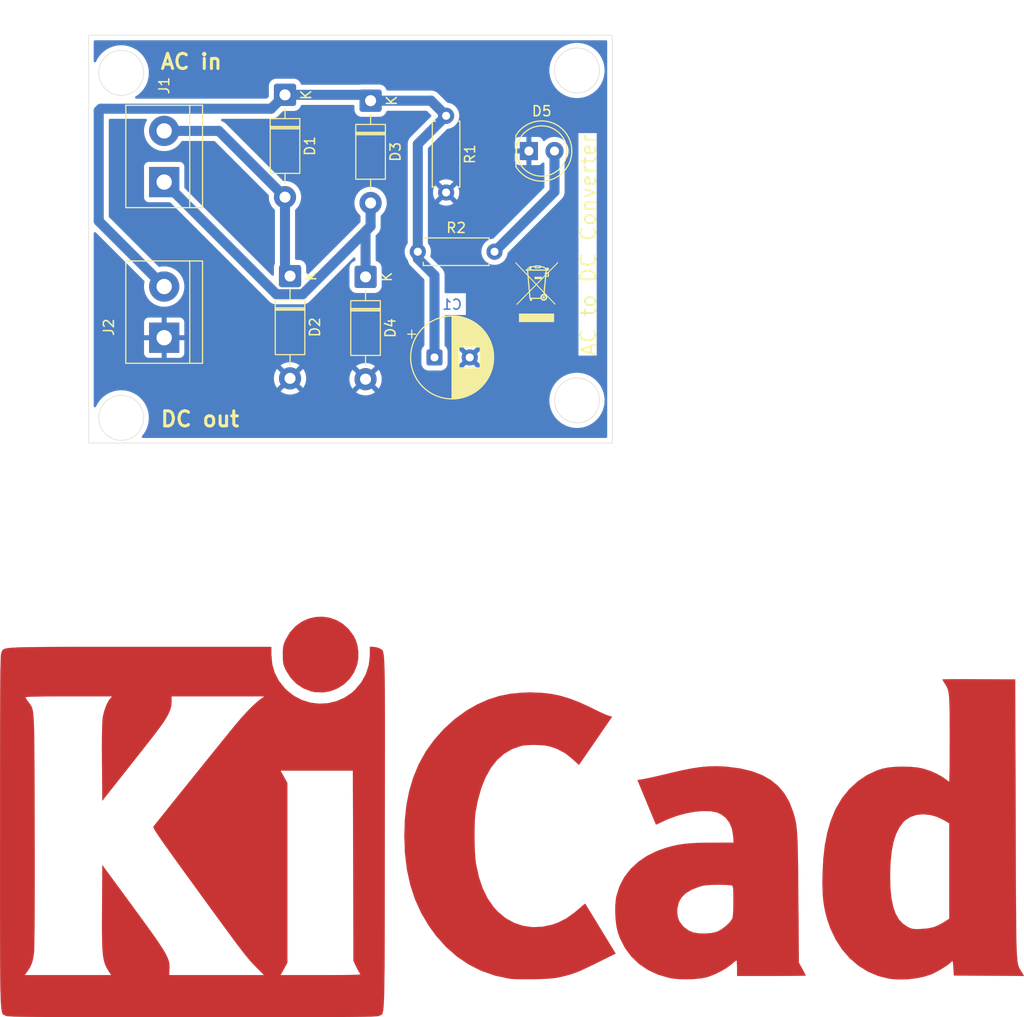
<source format=kicad_pcb>
(kicad_pcb (version 20241229) (generator "pcbnew") (generator_version "9.0")
  (layers (0 "F.Cu" signal) (2 "B.Cu" signal) (13 "F.Paste" user) (15 "B.Paste" user) (5 "F.SilkS" user "F.Silkscreen") (7 "B.SilkS" user "B.Silkscreen") (1 "F.Mask" user) (3 "B.Mask" user) (25 "Edge.Cuts" user))
  (net 0 "")
  (net 1 "GND")
  (net 2 "/+VE")
  (net 3 "Net-(D1-A)")
  (net 4 "Net-(D3-A)")
  (net 5 "Net-(D5-A)")
  (footprint "TerminalBlock:TerminalBlock_bornier-2_P5.08mm" (layer "F.Cu") (at 59.5 43.08 90)
    (property "Reference" "J1" (at 9.58 0 90) (layer "F.SilkS"))
    (property "Value" "Screw_Terminal_01x02")
    (pad "1" thru_hole rect (at 0 0 90) (size 3 3) (drill 1.52) (layers "*.Cu" "*.Mask") (net 4 "Net-(D3-A)"))
    (pad "2" thru_hole circle (at 5.08 0 90) (size 3 3) (drill 1.52) (layers "*.Cu" "*.Mask") (net 3 "Net-(D1-A)"))
  )
  (footprint "TerminalBlock:TerminalBlock_bornier-2_P5.08mm" (layer "F.Cu") (at 59.5 58.54 90)
    (property "Reference" "J2" (at 1.04 -5.5 90) (layer "F.SilkS"))
    (property "Value" "Screw_Terminal_01x02")
    (pad "1" thru_hole rect (at 0 0 90) (size 3 3) (drill 1.52) (layers "*.Cu" "*.Mask") (net 1 "GND"))
    (pad "2" thru_hole circle (at 5.08 0 90) (size 3 3) (drill 1.52) (layers "*.Cu" "*.Mask") (net 2 "/+VE"))
  )
  (footprint "Diode_THT:D_DO-41_SOD81_P10.16mm_Horizontal" (layer "F.Cu") (at 71.5 34.42 -90)
    (property "Reference" "D1" (at 5.08 -2.47 90) (layer "F.SilkS"))
    (property "Value" "1N4007")
    (fp_text user "K" (at 0 -2.1 90) (layer "F.SilkS"))
    (pad "1" thru_hole roundrect (at 0 0 270) (size 2.2 2.2) (drill 1.1) (layers "*.Cu" "*.Mask") (roundrect_rratio 0.113636) (net 2 "/+VE"))
    (pad "2" thru_hole circle (at 10.16 0 270) (size 2.2 2.2) (drill 1.1) (layers "*.Cu" "*.Mask") (net 3 "Net-(D1-A)"))
  )
  (footprint "Symbol:KiCad-Logo_40mm_Copper" (layer "F.Cu") (at 94 106)
    (property "Reference" "REF**" (hide yes))
    (property "Value" "KiCad-Logo_40mm_Copper" (hide yes))
    (fp_poly (pts (xy -18.076147 -19.650519) (xy -17.392473 -19.413475) (xy -16.755948 -19.040369) (xy -16.187475 -18.531249) (xy -15.707957 -17.886164) (xy -15.492558 -17.47957) (xy -15.306139 -16.910856) (xy -15.215783 -16.254297) (xy -15.225791 -15.579316) (xy -15.336888 -14.967668) (xy -15.640538 -14.220254) (xy -16.080859 -13.571926) (xy -16.635471 -13.035442) (xy -17.281992 -12.623556) (xy -17.998045 -12.349026) (xy -18.761249 -12.224609) (xy -19.549223 -12.26306) (xy -19.937635 -12.345233) (xy -20.694616 -12.639697) (xy -21.366937 -13.089033) (xy -21.938382 -13.679389) (xy -22.392732 -14.396911) (xy -22.431172 -14.475269) (xy -22.564057 -14.769316) (xy -22.647495 -15.016965) (xy -22.692796 -15.278216) (xy -22.711271 -15.613068) (xy -22.714337 -15.977419) (xy -22.709267 -16.415171) (xy -22.68638 -16.731635) (xy -22.634165 -16.987491) (xy -22.541108 -17.243421) (xy -22.426241 -17.495922) (xy -21.997791 -18.212699) (xy -21.470172 -18.793068) (xy -20.864288 -19.237078) (xy -20.201041 -19.544779) (xy -19.501333 -19.71622) (xy -18.786068 -19.75145) (xy -18.076147 -19.650519)) (stroke (width 0.01)) (fill yes) (layer "F.Cu"))
    (fp_poly (pts (xy 2.91731 -12.197409) (xy 3.899021 -12.089935) (xy 4.850132 -11.897568) (xy 5.809334 -11.610276) (xy 6.81532 -11.218022) (xy 7.90678 -10.710775) (xy 8.103339 -10.612522) (xy 8.554413 -10.3903) (xy 8.979838 -10.190201) (xy 9.337626 -10.031336) (xy 9.585788 -9.932816) (xy 9.62391 -9.920412) (xy 9.989247 -9.810954) (xy 8.353853 -7.431821) (xy 7.954021 -6.85035) (xy 7.588463 -6.3191) (xy 7.269611 -5.856106) (xy 7.009897 -5.479405) (xy 6.821751 -5.207034) (xy 6.717605 -5.057029) (xy 6.700685 -5.033272) (xy 6.631963 -5.082943) (xy 6.462798 -5.232265) (xy 6.223446 -5.454115) (xy 6.091353 -5.579509) (xy 5.342942 -6.174774) (xy 4.502422 -6.627107) (xy 3.778136 -6.874876) (xy 3.343358 -6.952689) (xy 2.798978 -7.000108) (xy 2.209023 -7.016253) (xy 1.63752 -7.000245) (xy 1.148496 -6.951206) (xy 0.953357 -6.913649) (xy 0.073824 -6.611051) (xy -0.718739 -6.149014) (xy -1.423747 -5.528383) (xy -2.040612 -4.750003) (xy -2.568748 -3.814719) (xy -3.007568 -2.723375) (xy -3.356485 -1.476817) (xy -3.56385 -0.409678) (xy -3.617951 0.061422) (xy -3.654812 0.670014) (xy -3.67479 1.372365) (xy -3.678241 2.12474) (xy -3.665521 2.883406) (xy -3.636987 3.604629) (xy -3.592995 4.244675) (xy -3.5339 4.759809) (xy -3.521108 4.839288) (xy -3.239164 6.119535) (xy -2.855014 7.252612) (xy -2.366323 8.243595) (xy -1.770752 9.09756) (xy -1.348 9.559251) (xy -0.588248 10.186092) (xy 0.24496 10.650735) (xy 1.137568 10.950651) (xy 2.075522 11.083312) (xy 3.044766 11.04619) (xy 4.031244 10.836755) (xy 4.614467 10.631824) (xy 5.421553 10.221455) (xy 6.253401 9.632791) (xy 6.719365 9.234707) (xy 6.981005 9.004303) (xy 7.186568 8.835264) (xy 7.303576 8.753812) (xy 7.3181 8.751327) (xy 7.370325 8.834557) (xy 7.505643 9.054495) (xy 7.712525 9.392285) (xy 7.979445 9.829072) (xy 8.294876 10.346001) (xy 8.647289 10.924217) (xy 8.843446 11.246321) (xy 10.341756 13.707338) (xy 8.471057 14.631832) (xy 7.794681 14.963908) (xy 7.246759 15.225765) (xy 6.793798 15.430409) (xy 6.402305 15.590844) (xy 6.038789 15.720076) (xy 5.669755 15.83111) (xy 5.261713 15.936952) (xy 4.870609 16.029898) (xy 4.522985 16.101819) (xy 4.15944 16.156171) (xy 3.743579 16.19597) (xy 3.23901 16.224232) (xy 2.609337 16.243975) (xy 2.184946 16.252496) (xy 1.579411 16.258312) (xy 0.998779 16.25538) (xy 0.481476 16.244535) (xy 0.065926 16.226613) (xy -0.209446 16.20245) (xy -0.225764 16.200041) (xy -1.655696 15.890683) (xy -2.998501 15.421498) (xy -4.253705 14.792797) (xy -5.420838 14.004888) (xy -6.499426 13.058081) (xy -7.488997 11.952685) (xy -8.20567 10.970251) (xy -8.968629 9.684328) (xy -9.585369 8.326319) (xy -10.058872 6.885334) (xy -10.392119 5.350487) (xy -10.588094 3.71089) (xy -10.649836 2.045999) (xy -10.599056 0.435447) (xy -10.43948 -1.050525) (xy -10.166037 -2.436981) (xy -9.773656 -3.748987) (xy -9.257267 -5.011607) (xy -9.195608 -5.142417) (xy -8.516313 -6.365201) (xy -7.681992 -7.528801) (xy -6.716282 -8.609133) (xy -5.64282 -9.582111) (xy -4.485245 -10.423652) (xy -3.406621 -11.040952) (xy -2.316985 -11.524433) (xy -1.225036 -11.874656) (xy -0.088504 -12.101157) (xy 1.134884 -12.213466) (xy 1.866308 -12.230025) (xy 2.91731 -12.197409)) (stroke (width 0.01)) (fill yes) (layer "F.Cu"))
    (fp_poly (pts (xy 45.369891 -13.54794) (xy 46.144181 -13.544763) (xy 46.407347 -13.543159) (xy 50.026164 -13.519355) (xy 50.071684 0.364158) (xy 50.077696 2.246803) (xy 50.083028 3.956215) (xy 50.088021 5.501238) (xy 50.09302 6.890713) (xy 50.098365 8.133485) (xy 50.1044 9.238396) (xy 50.111467 10.214289) (xy 50.119909 11.070007) (xy 50.130067 11.814393) (xy 50.142285 12.456291) (xy 50.156905 13.004543) (xy 50.174269 13.467992) (xy 50.19472 13.855482) (xy 50.2186 14.175855) (xy 50.246252 14.437954) (xy 50.278019 14.650623) (xy 50.314242 14.822704) (xy 50.355264 14.963041) (xy 50.401428 15.080476) (xy 50.453076 15.183852) (xy 50.510551 15.282014) (xy 50.574195 15.383802) (xy 50.644351 15.498062) (xy 50.658731 15.522399) (xy 50.899987 15.934072) (xy 43.926523 15.88638) (xy 43.881003 15.120475) (xy 43.856219 14.752911) (xy 43.830391 14.540408) (xy 43.795345 14.456089) (xy 43.742909 14.473075) (xy 43.698924 14.521661) (xy 43.507323 14.698639) (xy 43.195045 14.926123) (xy 42.806085 15.176933) (xy 42.384439 15.423889) (xy 41.974106 15.63981) (xy 41.659045 15.78187) (xy 40.920915 16.015316) (xy 40.074023 16.180681) (xy 39.180889 16.271648) (xy 38.304036 16.281896) (xy 37.505984 16.205109) (xy 37.492844 16.20291) (xy 36.400844 15.928898) (xy 35.378626 15.492334) (xy 34.436049 14.902602) (xy 33.582974 14.169086) (xy 32.82926 13.301171) (xy 32.184766 12.308241) (xy 31.659353 11.199679) (xy 31.37328 10.378495) (xy 31.18463 9.691484) (xy 31.044728 9.026224) (xy 30.949298 8.342301) (xy 30.894062 7.599302) (xy 30.874743 6.756816) (xy 30.8833 6.068873) (xy 37.601086 6.068873) (xy 37.632875 7.222441) (xy 37.733156 8.214891) (xy 37.905012 9.055032) (xy 38.151529 9.751673) (xy 38.475793 10.313622) (xy 38.880888 10.749687) (xy 39.348486 11.057951) (xy 39.591801 11.173031) (xy 39.802824 11.242025) (xy 40.038092 11.273589) (xy 40.354142 11.276384) (xy 40.694623 11.264094) (xy 41.364205 11.205034) (xy 41.893783 11.089378) (xy 42.060215 11.031445) (xy 42.44025 10.86034) (xy 42.841076 10.645476) (xy 43.016129 10.537921) (xy 43.471326 10.23935) (xy 43.471326 0.775687) (xy 42.970609 0.47555) (xy 42.272307 0.136409) (xy 41.558862 -0.064162) (xy 40.856366 -0.127347) (xy 40.190911 -0.054328) (xy 39.588591 0.15371) (xy 39.075497 0.495586) (xy 38.909938 0.659687) (xy 38.510874 1.197372) (xy 38.18788 1.848236) (xy 37.938259 2.623437) (xy 37.75931 3.534129) (xy 37.648333 4.59147) (xy 37.602631 5.806614) (xy 37.601086 6.068873) (xy 30.8833 6.068873) (xy 30.886863 5.78252) (xy 30.963608 4.283862) (xy 31.117927 2.932093) (xy 31.353882 1.707523) (xy 31.675538 0.590459) (xy 32.086958 -0.43879) (xy 32.233772 -0.743928) (xy 32.825136 -1.739012) (xy 33.539768 -2.623308) (xy 34.360865 -3.382541) (xy 35.271626 -4.002439) (xy 36.255247 -4.468726) (xy 36.844865 -4.661072) (xy 37.423929 -4.775259) (xy 38.120683 -4.843197) (xy 38.876715 -4.864916) (xy 39.633616 -4.840446) (xy 40.332974 -4.769817) (xy 40.894507 -4.659015) (xy 41.562859 -4.441727) (xy 42.21065 -4.16231) (xy 42.777416 -3.849067) (xy 43.07907 -3.636473) (xy 43.287147 -3.478387) (xy 43.432845 -3.382129) (xy 43.465987 -3.368459) (xy 43.476263 -3.45653) (xy 43.485844 -3.70887) (xy 43.494518 -4.107672) (xy 43.502072 -4.635125) (xy 43.508294 -5.273422) (xy 43.512971 -6.004753) (xy 43.515892 -6.811311) (xy 43.516845 -7.632843) (xy 43.516313 -8.685081) (xy 43.513695 -9.572209) (xy 43.507463 -10.311197) (xy 43.496085 -10.919013) (xy 43.478031 -11.412626) (xy 43.451773 -11.809004) (xy 43.415779 -12.125116) (xy 43.368519 -12.377932) (xy 43.308464 -12.584419) (xy 43.234084 -12.761547) (xy 43.143847 -12.926283) (xy 43.036225 -13.095598) (xy 43.022379 -13.116561) (xy 42.883571 -13.33585) (xy 42.799766 -13.486641) (xy 42.78853 -13.518448) (xy 42.876343 -13.528483) (xy 43.126897 -13.536647) (xy 43.520859 -13.542806) (xy 44.038899 -13.546829) (xy 44.661687 -13.548585) (xy 45.369891 -13.54794)) (stroke (width 0.01)) (fill yes) (layer "F.Cu"))
    (fp_poly (pts (xy 21.003171 -4.878774) (xy 21.45424 -4.84463) (xy 22.744807 -4.672925) (xy 23.887739 -4.399057) (xy 24.888601 -4.019258) (xy 25.752962 -3.529759) (xy 26.486389 -2.926793) (xy 27.094447 -2.206592) (xy 27.582705 -1.365386) (xy 27.939238 -0.455197) (xy 28.029739 -0.164862) (xy 28.108547 0.107024) (xy 28.17659 0.375097) (xy 28.234799 0.653997) (xy 28.284101 0.958361) (xy 28.325426 1.302825) (xy 28.359703 1.70203) (xy 28.387861 2.170611) (xy 28.410829 2.723206) (xy 28.429537 3.374454) (xy 28.444913 4.138993) (xy 28.457886 5.031459) (xy 28.469385 6.066491) (xy 28.48034 7.258726) (xy 28.488172 8.193548) (xy 28.54086 14.611828) (xy 28.882258 15.229478) (xy 29.043918 15.527037) (xy 29.16422 15.758161) (xy 29.221612 15.88118) (xy 29.223655 15.889514) (xy 29.135934 15.899051) (xy 28.886037 15.907838) (xy 28.49387 15.915629) (xy 27.979334 15.922176) (xy 27.362335 15.927233) (xy 26.662776 15.930551) (xy 25.900559 15.931885) (xy 25.809677 15.9319) (xy 22.395698 15.9319) (xy 22.395698 15.158064) (xy 22.389877 14.808356) (xy 22.374342 14.540903) (xy 22.351989 14.397504) (xy 22.342108 14.384229) (xy 22.251745 14.439834) (xy 22.065771 14.58577) (xy 21.824052 14.790719) (xy 21.818632 14.79546) (xy 21.377526 15.123867) (xy 20.820444 15.45363) (xy 20.210334 15.752354) (xy 19.610143 15.987643) (xy 19.345878 16.068048) (xy 18.819971 16.170172) (xy 18.174659 16.23534) (xy 17.469013 16.262623) (xy 16.762107 16.251091) (xy 16.113014 16.199817) (xy 15.658781 16.126036) (xy 14.544848 15.798921) (xy 13.542011 15.33273) (xy 12.656799 14.733247) (xy 11.895737 14.006255) (xy 11.265354 13.157538) (xy 10.772177 12.19288) (xy 10.559416 11.607527) (xy 10.426077 11.038589) (xy 10.337711 10.355595) (xy 10.296824 9.621547) (xy 10.298169 9.514735) (xy 16.455376 9.514735) (xy 16.506434 10.060177) (xy 16.67645 10.513474) (xy 16.990683 10.934026) (xy 17.111371 11.057344) (xy 17.540401 11.390736) (xy 18.036283 11.604313) (xy 18.630379 11.707699) (xy 19.255996 11.715309) (xy 19.849381 11.665047) (xy 20.303708 11.566736) (xy 20.501021 11.492896) (xy 20.856651 11.291652) (xy 21.233458 11.008631) (xy 21.577251 10.690985) (xy 21.833836 10.385867) (xy 21.901971 10.273938) (xy 21.954936 10.117191) (xy 21.992594 9.867776) (xy 22.016697 9.501867) (xy 22.029001 8.99564) (xy 22.031541 8.51385) (xy 22.02982 7.952147) (xy 22.022869 7.545996) (xy 22.008007 7.268886) (xy 21.982552 7.094308) (xy 21.943822 6.995752) (xy 21.889136 6.946709) (xy 21.872222 6.938899) (xy 21.725236 6.914842) (xy 21.435336 6.895167) (xy 21.041669 6.881645) (xy 20.583381 6.87605) (xy 20.48387 6.876045) (xy 19.871287 6.885821) (xy 19.398025 6.914898) (xy 19.021971 6.967257) (xy 18.711342 7.043727) (xy 17.94082 7.335118) (xy 17.336578 7.693368) (xy 16.893383 8.124207) (xy 16.606004 8.633366) (xy 16.469209 9.226574) (xy 16.455376 9.514735) (xy 10.298169 9.514735) (xy 10.305921 8.899447) (xy 10.367509 8.252296) (xy 10.415548 7.99084) (xy 10.722301 7.020058) (xy 11.188746 6.126847) (xy 11.806079 5.319773) (xy 12.565495 4.607404) (xy 13.45819 3.998307) (xy 14.475358 3.501049) (xy 15.340143 3.19909) (xy 15.918114 3.040453) (xy 16.470941 2.917185) (xy 17.034431 2.825285) (xy 17.644392 2.760748) (xy 18.336632 2.719572) (xy 19.146958 2.697754) (xy 19.879575 2.69161) (xy 22.051981 2.685663) (xy 22.010366 2.03266) (xy 21.89219 1.324142) (xy 21.640804 0.715144) (xy 21.266911 0.220872) (xy 20.781213 -0.143467) (xy 20.353547 -0.321253) (xy 19.740784 -0.433301) (xy 19.011314 -0.449391) (xy 18.199333 -0.375456) (xy 17.339036 -0.217427) (xy 16.464618 0.018764) (xy 15.610274 0.327185) (xy 14.989415 0.60926) (xy 14.690704 0.754105) (xy 14.462863 0.855269) (xy 14.346992 0.894743) (xy 14.340703 0.893477) (xy 14.300718 0.805059) (xy 14.200874 0.5707) (xy 14.050567 0.212851) (xy 13.85919 -0.246033) (xy 13.636141 -0.783502) (xy 13.409414 -1.332016) (xy 12.502991 -3.528906) (xy 13.147732 -3.634804) (xy 13.427183 -3.687937) (xy 13.847277 -3.777176) (xy 14.372026 -3.894422) (xy 14.965445 -4.031572) (xy 15.591545 -4.180526) (xy 15.84086 -4.241057) (xy 16.919461 -4.491229) (xy 17.863774 -4.678792) (xy 18.70905 -4.807538) (xy 19.49054 -4.881257) (xy 20.243497 -4.903739) (xy 21.003171 -4.878774)) (stroke (width 0.01)) (fill yes) (layer "F.Cu"))
    (fp_poly (pts (xy -39.491485 -16.751528) (xy -37.737477 -16.751291) (xy -36.921009 -16.751255) (xy -23.85233 -16.751255) (xy -23.85233 -15.980888) (xy -23.770106 -15.043413) (xy -23.521945 -14.178803) (xy -23.10562 -13.381919) (xy -22.5189 -12.647621) (xy -22.320394 -12.449301) (xy -21.606317 -11.886763) (xy -20.818964 -11.476492) (xy -19.981722 -11.2183) (xy -19.117975 -11.112002) (xy -18.251109 -11.157412) (xy -17.404509 -11.354343) (xy -16.601561 -11.702608) (xy -15.865651 -12.202023) (xy -15.535143 -12.503329) (xy -14.919243 -13.24208) (xy -14.467612 -14.054462) (xy -14.184187 -14.931191) (xy -14.072906 -15.86298) (xy -14.071427 -15.954645) (xy -14.065592 -16.751225) (xy -13.715481 -16.75124) (xy -13.4049 -16.709089) (xy -13.121185 -16.606531) (xy -13.102436 -16.595936) (xy -13.038357 -16.562687) (xy -12.979514 -16.536793) (xy -12.925693 -16.510711) (xy -12.876683 -16.476899) (xy -12.832269 -16.427815) (xy -12.79224 -16.355917) (xy -12.756384 -16.253662) (xy -12.724486 -16.113509) (xy -12.696335 -15.927914) (xy -12.671718 -15.689336) (xy -12.650423 -15.390232) (xy -12.632236 -15.023061) (xy -12.616945 -14.58028) (xy -12.604337 -14.054346) (xy -12.5942 -13.437718) (xy -12.586321 -12.722853) (xy -12.580488 -11.902209) (xy -12.576487 -10.968244) (xy -12.574107 -9.913415) (xy -12.573133 -8.730181) (xy -12.573355 -7.410998) (xy -12.574558 -5.948326) (xy -12.576531 -4.334621) (xy -12.579061 -2.562341) (xy -12.581935 -0.623944) (xy -12.58494 1.488112) (xy -12.585289 1.745431) (xy -12.587983 3.870956) (xy -12.59027 5.821942) (xy -12.59239 7.605928) (xy -12.594587 9.230453) (xy -12.597101 10.703056) (xy -12.600176 12.031275) (xy -12.604053 13.222649) (xy -12.608975 14.284718) (xy -12.615183 15.225019) (xy -12.62292 16.051093) (xy -12.632428 16.770477) (xy -12.643949 17.39071) (xy -12.657725 17.919332) (xy -12.673999 18.363881) (xy -12.693012 18.731896) (xy -12.715006 19.030916) (xy -12.740224 19.26848) (xy -12.768908 19.452126) (xy -12.8013 19.589393) (xy -12.837641 19.687821) (xy -12.878175 19.754948) (xy -12.923144 19.798312) (xy -12.972788 19.825453) (xy -13.027352 19.84391) (xy -13.087076 19.861221) (xy -13.152202 19.884925) (xy -13.168112 19.892141) (xy -13.218114 19.908355) (xy -13.301802 19.923253) (xy -13.426485 19.936887) (xy -13.599471 19.94931) (xy -13.828065 19.960576) (xy -14.119576 19.970737) (xy -14.481312 19.979847) (xy -14.920579 19.987958) (xy -15.444685 19.995123) (xy -16.060937 20.001396) (xy -16.776643 20.00683) (xy -17.599111 20.011478) (xy -18.535647 20.015392) (xy -19.593559 20.018625) (xy -20.780154 20.021232) (xy -22.10274 20.023264) (xy -23.568625 20.024775) (xy -25.185115 20.025818) (xy -26.959519 20.026446) (xy -28.899142 20.026711) (xy -31.011294 20.026668) (xy -31.69548 20.026601) (xy -33.854488 20.026254) (xy -35.838813 20.025688) (xy -37.655849 20.024843) (xy -39.31299 20.023662) (xy -40.817632 20.022088) (xy -42.17717 20.020062) (xy -43.398998 20.017527) (xy -44.490511 20.014425) (xy -45.459104 20.010698) (xy -46.312172 20.006289) (xy -47.05711 20.001139) (xy -47.701312 19.995191) (xy -48.252174 19.988387) (xy -48.71709 19.980669) (xy -49.103455 19.97198) (xy -49.418664 19.962261) (xy -49.670112 19.951455) (xy -49.865193 19.939505) (xy -50.011304 19.926352) (xy -50.115837 19.911938) (xy -50.186189 19.896206) (xy -50.224542 19.8818) (xy -50.292704 19.853054) (xy -50.355289 19.831856) (xy -50.412534 19.810678) (xy -50.464674 19.781991) (xy -50.511947 19.738267) (xy -50.55459 19.671979) (xy -50.59284 19.575598) (xy -50.626933 19.441596) (xy -50.657107 19.262444) (xy -50.683599 19.030616) (xy -50.706646 18.738581) (xy -50.726484 18.378814) (xy -50.74335 17.943784) (xy -50.757482 17.425964) (xy -50.769116 16.817826) (xy -50.77849 16.111842) (xy -50.780944 15.84086) (xy -48.351202 15.84086) (xy -39.763289 15.84086) (xy -39.928536 15.590502) (xy -40.092924 15.333226) (xy -40.232131 15.088232) (xy -40.348136 14.838375) (xy -40.442921 14.56651) (xy -40.518466 14.255492) (xy -40.576749 13.888176) (xy -40.619752 13.447416) (xy -40.649455 12.916067) (xy -40.667837 12.276985) (xy -40.676879 11.513024) (xy -40.678561 10.607039) (xy -40.674863 9.541886) (xy -40.672766 9.14644) (xy -40.649104 4.907078) (xy -37.963441 8.563369) (xy -37.202597 9.600612) (xy -36.543417 10.50381) (xy -35.978782 11.284929) (xy -35.501577 11.955934) (xy -35.104682 12.528791) (xy -34.780981 13.015467) (xy -34.523355 13.427928) (xy -34.324688 13.778139) (xy -34.177862 14.078066) (xy -34.075758 14.339676) (xy -34.01126 14.574934) (xy -33.97725 14.795806) (xy -33.96661 15.014258) (xy -33.972223 15.242256) (xy -33.973655 15.270914) (xy -34.003226 15.841242) (xy -29.297454 15.841051) (xy -24.591681 15.84086) (xy -25.291719 15.134999) (xy -25.481679 14.94194) (xy -25.661886 14.754085) (xy -25.840251 14.561075) (xy -26.02468 14.352548) (xy -26.223084 14.118145) (xy -26.443369 13.847505) (xy -26.693446 13.530269) (xy -26.981223 13.156076) (xy -27.314608 12.714566) (xy -27.701511 12.195379) (xy -28.149839 11.588155) (xy -28.667501 10.882533) (xy -29.262407 10.068154) (xy -29.942464 9.134657) (xy -30.715582 8.071682) (xy -31.349271 7.199732) (xy -32.144574 6.104306) (xy -32.83836 5.146524) (xy -33.436914 4.31729) (xy -33.946522 3.607513) (xy -34.373468 3.008099) (xy -34.724038 2.509955) (xy -35.004517 2.103987) (xy -35.221189 1.781103) (xy -35.380341 1.532208) (xy -35.488256 1.34821) (xy -35.551219 1.220014) (xy -35.575517 1.138529) (xy -35.568213 1.095688) (xy -35.479709 0.981681) (xy -35.288359 0.74036) (xy -35.005709 0.386068) (xy -34.643305 -0.06685) (xy -34.212692 -0.604051) (xy -33.725418 -1.211191) (xy -33.193028 -1.873925) (xy -32.627068 -2.57791) (xy -32.039084 -3.308801) (xy -31.440622 -4.052256) (xy -31.111448 -4.460932) (xy -22.938491 -4.460932) (xy -22.598816 -3.846416) (xy -22.25914 -3.2319) (xy -22.25914 14.611828) (xy -22.598816 15.226344) (xy -22.938491 15.84086) (xy -18.920369 15.84086) (xy -17.961135 15.840581) (xy -17.168822 15.839323) (xy -16.528271 15.836451) (xy -16.024325 15.831332) (xy -15.641827 15.823334) (xy -15.365617 15.811822) (xy -15.180538 15.796163) (xy -15.071432 15.775724) (xy -15.023142 15.749871) (xy -15.020508 15.717971) (xy -15.048375 15.679391) (xy -15.048663 15.679072) (xy -15.163452 15.513024) (xy -15.315455 15.243035) (xy -15.449691 14.973516) (xy -15.704302 14.429749) (xy -15.730269 4.984409) (xy -15.756236 -4.460932) (xy -22.938491 -4.460932) (xy -31.111448 -4.460932) (xy -30.843229 -4.793929) (xy -30.258451 -5.519477) (xy -29.697832 -6.214555) (xy -29.172921 -6.864821) (xy -28.695262 -7.45593) (xy -28.276401 -7.973537) (xy -27.927886 -8.4033) (xy -27.661261 -8.730873) (xy -27.504658 -8.921864) (xy -26.896543 -9.636065) (xy -26.311506 -10.280566) (xy -25.770051 -10.834267) (xy -25.292682 -11.276067) (xy -24.953904 -11.546929) (xy -24.553327 -11.835126) (xy -33.766131 -11.835126) (xy -33.763545 -11.294512) (xy -33.789293 -10.897057) (xy -33.886094 -10.528578) (xy -34.035939 -10.179279) (xy -34.133346 -9.981947) (xy -34.238075 -9.786418) (xy -34.359694 -9.579712) (xy -34.50777 -9.348848) (xy -34.69187 -9.080847) (xy -34.921561 -8.762728) (xy -35.20641 -8.381511) (xy -35.555984 -7.924215) (xy -35.97985 -7.377859) (xy -36.487575 -6.729465) (xy -37.088727 -5.966051) (xy -37.792871 -5.074637) (xy -37.872402 -4.974056) (xy -40.649104 -1.462684) (xy -40.675985 -5.351593) (xy -40.681397 -6.516435) (xy -40.680245 -7.502565) (xy -40.672472 -8.313234) (xy -40.658021 -8.951691) (xy -40.636836 -9.421187) (xy -40.608862 -9.724973) (xy -40.59946 -9.7826) (xy -40.451946 -10.38961) (xy -40.258671 -10.936832) (xy -40.038121 -11.37682) (xy -39.905624 -11.563427) (xy -39.677005 -11.835126) (xy -44.014843 -11.835126) (xy -45.049615 -11.834241) (xy -45.914924 -11.831361) (xy -46.623378 -11.826152) (xy -47.187587 -11.818276) (xy -47.620159 -11.807398) (xy -47.933702 -11.793182) (xy -48.140825 -11.775291) (xy -48.254137 -11.753389) (xy -48.286246 -11.72714) (xy -48.284025 -11.721326) (xy -48.192067 -11.582522) (xy -48.038546 -11.362505) (xy -47.959117 -11.251231) (xy -47.876996 -11.140188) (xy -47.803183 -11.040886) (xy -47.737211 -10.943555) (xy -47.678617 -10.838421) (xy -47.626936 -10.715712) (xy -47.581702 -10.565656) (xy -47.542452 -10.378482) (xy -47.50872 -10.144416) (xy -47.480041 -9.853686) (xy -47.455952 -9.496521) (xy -47.435986 -9.063149) (xy -47.41968 -8.543796) (xy -47.406569 -7.928691) (xy -47.396188 -7.208061) (xy -47.388072 -6.372135) (xy -47.381757 -5.41114) (xy -47.376777 -4.315304) (xy -47.372669 -3.074855) (xy -47.368966 -1.680021) (xy -47.365206 -0.121028) (xy -47.361691 1.311181) (xy -47.358372 2.907843) (xy -47.356647 4.431208) (xy -47.356469 5.871546) (xy -47.357792 7.219126) (xy -47.360572 8.464217) (xy -47.364761 9.597089) (xy -47.370314 10.608013) (xy -47.377185 11.487257) (xy -47.385329 12.225091) (xy -47.394699 12.811785) (xy -47.405251 13.237609) (xy -47.416938 13.492832) (xy -47.419149 13.519804) (xy -47.499682 14.13856) (xy -47.625411 14.635489) (xy -47.816878 15.069169) (xy -48.094627 15.498174) (xy -48.129369 15.544982) (xy -48.351202 15.84086) (xy -50.780944 15.84086) (xy -50.785839 15.300484) (xy -50.791402 14.376223) (xy -50.795414 13.331531) (xy -50.798114 12.158881) (xy -50.799738 10.850743) (xy -50.800521 9.39959) (xy -50.800703 7.797894) (xy -50.80052 6.038126) (xy -50.800209 4.112759) (xy -50.800006 2.014264) (xy -50.8 1.59767) (xy -50.799882 -0.522926) (xy -50.799488 -2.468916) (xy -50.79876 -4.247773) (xy -50.79764 -5.86697) (xy -50.796071 -7.333982) (xy -50.793994 -8.656279) (xy -50.791351 -9.841336) (xy -50.788085 -10.896626) (xy -50.784138 -11.829622) (xy -50.779451 -12.647796) (xy -50.773967 -13.358621) (xy -50.767627 -13.969572) (xy -50.760374 -14.48812) (xy -50.75215 -14.921739) (xy -50.742896 -15.277902) (xy -50.732555 -15.564082) (xy -50.72107 -15.787752) (xy -50.708381 -15.956385) (xy -50.694431 -16.077453) (xy -50.679161 -16.158431) (xy -50.662515 -16.206791) (xy -50.6619 -16.207998) (xy -50.627614 -16.281875) (xy -50.599058 -16.348759) (xy -50.567469 -16.408995) (xy -50.524084 -16.462931) (xy -50.460143 -16.510913) (xy -50.366883 -16.553287) (xy -50.235542 -16.5904) (xy -50.057357 -16.622597) (xy -49.823568 -16.650227) (xy -49.525411 -16.673634) (xy -49.154124 -16.693165) (xy -48.700946 -16.709167) (xy -48.157115 -16.721987) (xy -47.513868 -16.731969) (xy -46.762443 -16.739462) (xy -45.894078 -16.744812) (xy -44.900012 -16.748364) (xy -43.771481 -16.750465) (xy -42.499724 -16.751462) (xy -41.07598 -16.751701) (xy -39.491485 -16.751528)) (stroke (width 0.01)) (fill yes) (layer "F.Cu"))
  )
  (footprint "Resistor_THT:R_Axial_DIN0207_L6.3mm_D2.5mm_P7.62mm_Horizontal" (layer "F.Cu") (at 87.5 36.5 -90)
    (property "Reference" "R1" (at 3.81 -2.37 90) (layer "F.SilkS"))
    (property "Value" "10K")
    (pad "1" thru_hole circle (at 0 0 270) (size 1.6 1.6) (drill 0.8) (layers "*.Cu" "*.Mask") (net 2 "/+VE"))
    (pad "2" thru_hole circle (at 7.62 0 270) (size 1.6 1.6) (drill 0.8) (layers "*.Cu" "*.Mask") (net 1 "GND"))
  )
  (footprint "Symbol:WEEE-Logo_4.2x6mm_SilkScreen" (layer "F.Cu") (at 96.5 54)
    (property "Reference" "REF**" (hide yes))
    (property "Value" "WEEE-Logo_4.2x6mm_SilkScreen" (hide yes))
  )
  (footprint "Resistor_THT:R_Axial_DIN0207_L6.3mm_D2.5mm_P7.62mm_Horizontal" (layer "F.Cu") (at 84.69 50)
    (property "Reference" "R2" (at 3.81 -2.37 0) (layer "F.SilkS"))
    (property "Value" "2.2K")
    (pad "1" thru_hole circle (at 0 0) (size 1.6 1.6) (drill 0.8) (layers "*.Cu" "*.Mask") (net 2 "/+VE"))
    (pad "2" thru_hole circle (at 7.62 0) (size 1.6 1.6) (drill 0.8) (layers "*.Cu" "*.Mask") (net 5 "Net-(D5-A)"))
  )
  (footprint "Diode_THT:D_DO-41_SOD81_P10.16mm_Horizontal" (layer "F.Cu") (at 72 52.42 -90)
    (property "Reference" "D2" (at 5.08 -2.47 90) (layer "F.SilkS"))
    (property "Value" "1N4007")
    (fp_text user "K" (at 0 -2.1 90) (layer "F.SilkS"))
    (pad "1" thru_hole roundrect (at 0 0 270) (size 2.2 2.2) (drill 1.1) (layers "*.Cu" "*.Mask") (roundrect_rratio 0.113636) (net 3 "Net-(D1-A)"))
    (pad "2" thru_hole circle (at 10.16 0 270) (size 2.2 2.2) (drill 1.1) (layers "*.Cu" "*.Mask") (net 1 "GND"))
  )
  (footprint "LED_THT:LED_D5.0mm" (layer "F.Cu") (at 95.725 40)
    (property "Reference" "D5" (at 1.27 -3.96 0) (layer "F.SilkS"))
    (property "Value" "LED")
    (pad "1" thru_hole rect (at 0 0) (size 1.8 1.8) (drill 0.9) (layers "*.Cu" "*.Mask") (net 1 "GND"))
    (pad "2" thru_hole circle (at 2.54 0) (size 1.8 1.8) (drill 0.9) (layers "*.Cu" "*.Mask") (net 5 "Net-(D5-A)"))
  )
  (footprint "Diode_THT:D_DO-41_SOD81_P10.16mm_Horizontal" (layer "F.Cu") (at 79.5 52.5 -90)
    (property "Reference" "D4" (at 5.08 -2.47 90) (layer "F.SilkS"))
    (property "Value" "1N4007")
    (fp_text user "K" (at 0 -2.1 90) (layer "F.SilkS"))
    (pad "1" thru_hole roundrect (at 0 0 270) (size 2.2 2.2) (drill 1.1) (layers "*.Cu" "*.Mask") (roundrect_rratio 0.113636) (net 4 "Net-(D3-A)"))
    (pad "2" thru_hole circle (at 10.16 0 270) (size 2.2 2.2) (drill 1.1) (layers "*.Cu" "*.Mask") (net 1 "GND"))
  )
  (footprint "Diode_THT:D_DO-41_SOD81_P10.16mm_Horizontal" (layer "F.Cu") (at 80 35 -90)
    (property "Reference" "D3" (at 5.08 -2.47 90) (layer "F.SilkS"))
    (property "Value" "1N4007")
    (fp_text user "K" (at 0 -2.1 90) (layer "F.SilkS"))
    (pad "1" thru_hole roundrect (at 0 0 270) (size 2.2 2.2) (drill 1.1) (layers "*.Cu" "*.Mask") (roundrect_rratio 0.113636) (net 2 "/+VE"))
    (pad "2" thru_hole circle (at 10.16 0 270) (size 2.2 2.2) (drill 1.1) (layers "*.Cu" "*.Mask") (net 4 "Net-(D3-A)"))
  )
  (footprint "Capacitor_THT:CP_Radial_D8.0mm_P3.50mm" (layer "F.Cu") (at 86.347349 60.5)
    (property "Reference" "C1" (at 1.75 -5.25 0) (layer "B.Cu") (effects (justify mirror)))
    (property "Value" "1000uF")
    (pad "1" thru_hole roundrect (at 0 0) (size 1.6 1.6) (drill 0.8) (layers "*.Cu" "*.Mask") (roundrect_rratio 0.15625) (net 2 "/+VE"))
    (pad "2" thru_hole circle (at 3.5 0) (size 1.6 1.6) (drill 0.8) (layers "*.Cu" "*.Mask") (net 1 "GND"))
  )
  (gr_circle (center 100.5 64.763932) (end 99.5 62.763932) (stroke (width 0.05)) (fill no) (layer "Edge.Cuts"))
  (gr_circle (center 55.236068 66.5) (end 54.236068 64.5) (stroke (width 0.05)) (fill no) (layer "Edge.Cuts"))
  (gr_circle (center 55.236068 32.236068) (end 54.236068 30.236068) (stroke (width 0.05)) (fill no) (layer "Edge.Cuts"))
  (gr_circle (center 100.5 32) (end 99.5 30) (stroke (width 0.05)) (fill no) (layer "Edge.Cuts"))
  (gr_rect (start 52 28.5) (end 104 69) (stroke (width 0.05)) (fill no) (layer "Edge.Cuts"))
  (gr_text "AC in" (at 59 32 0) (layer "F.SilkS") (effects (font (size 1.5 1.5) (thickness 0.3) (bold yes)) (justify left bottom)))
  (gr_text "AC to DC Converter" (at 102.5 60.5 90) (layer "F.SilkS") (effects (font (size 1.5 1.5) (thickness 0.1875)) (justify left bottom)))
  (gr_text "DC out" (at 59 67.5 0) (layer "F.SilkS") (effects (font (size 1.5 1.5) (thickness 0.3) (bold yes)) (justify left bottom)))
  (segment (start 79.42 34.42) (end 80 35) (width 1) (layer "F.Cu") (net 2))
  (segment (start 84.69 50) (end 84.69 50.69) (width 1) (layer "F.Cu") (net 2))
  (segment (start 86 35) (end 87.5 36.5) (width 1) (layer "B.Cu") (net 2))
  (segment (start 53.201 35.799) (end 70.121 35.799) (width 1) (layer "B.Cu") (net 2))
  (segment (start 84.69 50.69) (end 86.347349 52.347349) (width 1) (layer "B.Cu") (net 2))
  (segment (start 71.5 34.42) (end 79.42 34.42) (width 1) (layer "B.Cu") (net 2))
  (segment (start 80 35) (end 86 35) (width 1) (layer "B.Cu") (net 2))
  (segment (start 59.5 53.46) (end 53 46.96) (width 1) (layer "B.Cu") (net 2))
  (segment (start 53 36) (end 53.201 35.799) (width 1) (layer "B.Cu") (net 2))
  (segment (start 53 46.96) (end 53 36) (width 1) (layer "B.Cu") (net 2))
  (segment (start 70.121 35.799) (end 71.5 34.42) (width 1) (layer "B.Cu") (net 2))
  (segment (start 84.69 39.31) (end 84.69 50) (width 1) (layer "B.Cu") (net 2))
  (segment (start 86.347349 52.347349) (end 86.347349 60.5) (width 1) (layer "B.Cu") (net 2))
  (segment (start 87.5 36.5) (end 84.69 39.31) (width 1) (layer "B.Cu") (net 2))
  (segment (start 71.5 51.92) (end 72 52.42) (width 1) (layer "F.Cu") (net 3))
  (segment (start 64.92 38) (end 71.5 44.58) (width 1) (layer "B.Cu") (net 3))
  (segment (start 59.5 38) (end 64.92 38) (width 1) (layer "B.Cu") (net 3))
  (segment (start 71.5 44.58) (end 71.5 51.92) (width 1) (layer "B.Cu") (net 3))
  (segment (start 59.5 43.08) (end 70.641 54.221) (width 1) (layer "B.Cu") (net 4))
  (segment (start 79.5 47.971844) (end 80 47.471844) (width 1) (layer "B.Cu") (net 4))
  (segment (start 80 47.471844) (end 80 45.16) (width 1) (layer "B.Cu") (net 4))
  (segment (start 79.5 52.5) (end 79.5 47.971844) (width 1) (layer "B.Cu") (net 4))
  (segment (start 73.250844 54.221) (end 80 47.471844) (width 1) (layer "B.Cu") (net 4))
  (segment (start 70.641 54.221) (end 73.250844 54.221) (width 1) (layer "B.Cu") (net 4))
  (segment (start 98.265 40) (end 98.265 44.045) (width 1) (layer "B.Cu") (net 5))
  (segment (start 98.265 44.045) (end 92.31 50) (width 1) (layer "B.Cu") (net 5))
  (zone (net 1) (net_name "GND") (layer "B.Cu") (connect_pads (clearance 0.5)) (min_thickness 0.25) (fill yes (thermal_gap 0.5) (thermal_bridge_width 0.5))
    (polygon (pts (xy 48 25) (xy 107 25.5) (xy 107 72.5) (xy 47.5 72) (xy 48.5 25.5)))
  )
)
</source>
